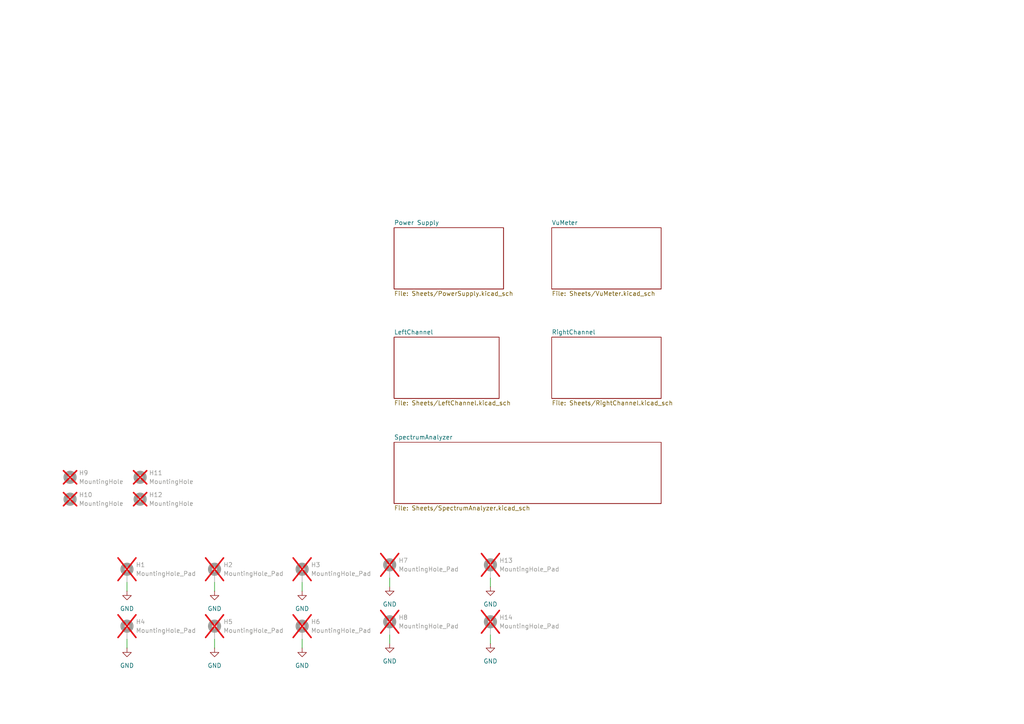
<source format=kicad_sch>
(kicad_sch
	(version 20231120)
	(generator "eeschema")
	(generator_version "8.0")
	(uuid "9c7be518-ce65-48aa-ab18-b64802888379")
	(paper "A4")
	(lib_symbols
		(symbol "Mechanical:MountingHole"
			(pin_names
				(offset 1.016)
			)
			(exclude_from_sim yes)
			(in_bom no)
			(on_board yes)
			(property "Reference" "H"
				(at 0 5.08 0)
				(effects
					(font
						(size 1.27 1.27)
					)
				)
			)
			(property "Value" "MountingHole"
				(at 0 3.175 0)
				(effects
					(font
						(size 1.27 1.27)
					)
				)
			)
			(property "Footprint" ""
				(at 0 0 0)
				(effects
					(font
						(size 1.27 1.27)
					)
					(hide yes)
				)
			)
			(property "Datasheet" "~"
				(at 0 0 0)
				(effects
					(font
						(size 1.27 1.27)
					)
					(hide yes)
				)
			)
			(property "Description" "Mounting Hole without connection"
				(at 0 0 0)
				(effects
					(font
						(size 1.27 1.27)
					)
					(hide yes)
				)
			)
			(property "ki_keywords" "mounting hole"
				(at 0 0 0)
				(effects
					(font
						(size 1.27 1.27)
					)
					(hide yes)
				)
			)
			(property "ki_fp_filters" "MountingHole*"
				(at 0 0 0)
				(effects
					(font
						(size 1.27 1.27)
					)
					(hide yes)
				)
			)
			(symbol "MountingHole_0_1"
				(circle
					(center 0 0)
					(radius 1.27)
					(stroke
						(width 1.27)
						(type default)
					)
					(fill
						(type none)
					)
				)
			)
		)
		(symbol "Mechanical:MountingHole_Pad"
			(pin_numbers hide)
			(pin_names
				(offset 1.016) hide)
			(exclude_from_sim yes)
			(in_bom no)
			(on_board yes)
			(property "Reference" "H"
				(at 0 6.35 0)
				(effects
					(font
						(size 1.27 1.27)
					)
				)
			)
			(property "Value" "MountingHole_Pad"
				(at 0 4.445 0)
				(effects
					(font
						(size 1.27 1.27)
					)
				)
			)
			(property "Footprint" ""
				(at 0 0 0)
				(effects
					(font
						(size 1.27 1.27)
					)
					(hide yes)
				)
			)
			(property "Datasheet" "~"
				(at 0 0 0)
				(effects
					(font
						(size 1.27 1.27)
					)
					(hide yes)
				)
			)
			(property "Description" "Mounting Hole with connection"
				(at 0 0 0)
				(effects
					(font
						(size 1.27 1.27)
					)
					(hide yes)
				)
			)
			(property "ki_keywords" "mounting hole"
				(at 0 0 0)
				(effects
					(font
						(size 1.27 1.27)
					)
					(hide yes)
				)
			)
			(property "ki_fp_filters" "MountingHole*Pad*"
				(at 0 0 0)
				(effects
					(font
						(size 1.27 1.27)
					)
					(hide yes)
				)
			)
			(symbol "MountingHole_Pad_0_1"
				(circle
					(center 0 1.27)
					(radius 1.27)
					(stroke
						(width 1.27)
						(type default)
					)
					(fill
						(type none)
					)
				)
			)
			(symbol "MountingHole_Pad_1_1"
				(pin input line
					(at 0 -2.54 90)
					(length 2.54)
					(name "1"
						(effects
							(font
								(size 1.27 1.27)
							)
						)
					)
					(number "1"
						(effects
							(font
								(size 1.27 1.27)
							)
						)
					)
				)
			)
		)
		(symbol "power:GND"
			(power)
			(pin_numbers hide)
			(pin_names
				(offset 0) hide)
			(exclude_from_sim no)
			(in_bom yes)
			(on_board yes)
			(property "Reference" "#PWR"
				(at 0 -6.35 0)
				(effects
					(font
						(size 1.27 1.27)
					)
					(hide yes)
				)
			)
			(property "Value" "GND"
				(at 0 -3.81 0)
				(effects
					(font
						(size 1.27 1.27)
					)
				)
			)
			(property "Footprint" ""
				(at 0 0 0)
				(effects
					(font
						(size 1.27 1.27)
					)
					(hide yes)
				)
			)
			(property "Datasheet" ""
				(at 0 0 0)
				(effects
					(font
						(size 1.27 1.27)
					)
					(hide yes)
				)
			)
			(property "Description" "Power symbol creates a global label with name \"GND\" , ground"
				(at 0 0 0)
				(effects
					(font
						(size 1.27 1.27)
					)
					(hide yes)
				)
			)
			(property "ki_keywords" "global power"
				(at 0 0 0)
				(effects
					(font
						(size 1.27 1.27)
					)
					(hide yes)
				)
			)
			(symbol "GND_0_1"
				(polyline
					(pts
						(xy 0 0) (xy 0 -1.27) (xy 1.27 -1.27) (xy 0 -2.54) (xy -1.27 -1.27) (xy 0 -1.27)
					)
					(stroke
						(width 0)
						(type default)
					)
					(fill
						(type none)
					)
				)
			)
			(symbol "GND_1_1"
				(pin power_in line
					(at 0 0 270)
					(length 0)
					(name "~"
						(effects
							(font
								(size 1.27 1.27)
							)
						)
					)
					(number "1"
						(effects
							(font
								(size 1.27 1.27)
							)
						)
					)
				)
			)
		)
	)
	(wire
		(pts
			(xy 62.23 168.91) (xy 62.23 171.45)
		)
		(stroke
			(width 0)
			(type default)
		)
		(uuid "13892bcd-4936-46bc-be03-ad16eeef2fac")
	)
	(wire
		(pts
			(xy 62.23 185.42) (xy 62.23 187.96)
		)
		(stroke
			(width 0)
			(type default)
		)
		(uuid "65bf8225-1d44-4af8-a597-952f534d017d")
	)
	(wire
		(pts
			(xy 87.63 185.42) (xy 87.63 187.96)
		)
		(stroke
			(width 0)
			(type default)
		)
		(uuid "74947d9f-76c2-4868-b664-34047afa0957")
	)
	(wire
		(pts
			(xy 36.83 168.91) (xy 36.83 171.45)
		)
		(stroke
			(width 0)
			(type default)
		)
		(uuid "76e78d40-b62a-4fd8-8cd9-87f99e79ffb6")
	)
	(wire
		(pts
			(xy 113.03 167.64) (xy 113.03 170.18)
		)
		(stroke
			(width 0)
			(type default)
		)
		(uuid "98969285-5e5b-4575-a930-a939d48b2326")
	)
	(wire
		(pts
			(xy 142.24 167.64) (xy 142.24 170.18)
		)
		(stroke
			(width 0)
			(type default)
		)
		(uuid "9d1ac015-6071-4866-a862-e4c2a4a25342")
	)
	(wire
		(pts
			(xy 113.03 184.15) (xy 113.03 186.69)
		)
		(stroke
			(width 0)
			(type default)
		)
		(uuid "b701596c-b255-4172-a440-0de01da00086")
	)
	(wire
		(pts
			(xy 142.24 184.15) (xy 142.24 186.69)
		)
		(stroke
			(width 0)
			(type default)
		)
		(uuid "d6272b6c-6786-4755-b4cf-ac6ea4f14acb")
	)
	(wire
		(pts
			(xy 87.63 168.91) (xy 87.63 171.45)
		)
		(stroke
			(width 0)
			(type default)
		)
		(uuid "dcf6f2c3-2a46-4926-828f-41b46b7bea9c")
	)
	(wire
		(pts
			(xy 36.83 185.42) (xy 36.83 187.96)
		)
		(stroke
			(width 0)
			(type default)
		)
		(uuid "e332749b-e8f7-41da-8dc9-7335158613b1")
	)
	(symbol
		(lib_id "Mechanical:MountingHole_Pad")
		(at 62.23 166.37 0)
		(unit 1)
		(exclude_from_sim yes)
		(in_bom no)
		(on_board yes)
		(dnp yes)
		(fields_autoplaced yes)
		(uuid "0a3e2fea-e608-40d6-9e4d-e4fd2e4ffc87")
		(property "Reference" "H2"
			(at 64.77 163.8299 0)
			(effects
				(font
					(size 1.27 1.27)
				)
				(justify left)
			)
		)
		(property "Value" "MountingHole_Pad"
			(at 64.77 166.3699 0)
			(effects
				(font
					(size 1.27 1.27)
				)
				(justify left)
			)
		)
		(property "Footprint" "MountingHole:MountingHole_3.2mm_M3_Pad_Via"
			(at 62.23 166.37 0)
			(effects
				(font
					(size 1.27 1.27)
				)
				(hide yes)
			)
		)
		(property "Datasheet" "~"
			(at 62.23 166.37 0)
			(effects
				(font
					(size 1.27 1.27)
				)
				(hide yes)
			)
		)
		(property "Description" "Mounting Hole with connection"
			(at 62.23 166.37 0)
			(effects
				(font
					(size 1.27 1.27)
				)
				(hide yes)
			)
		)
		(pin "1"
			(uuid "205a0c7b-99c6-40de-b3e5-deb0fe7d959f")
		)
		(instances
			(project "20 Bands Equalizer"
				(path "/9c7be518-ce65-48aa-ab18-b64802888379"
					(reference "H2")
					(unit 1)
				)
			)
		)
	)
	(symbol
		(lib_id "Mechanical:MountingHole")
		(at 40.64 144.78 0)
		(unit 1)
		(exclude_from_sim yes)
		(in_bom no)
		(on_board yes)
		(dnp yes)
		(fields_autoplaced yes)
		(uuid "0d087fb9-4961-4dde-a48c-8f0b23728b8d")
		(property "Reference" "H12"
			(at 43.18 143.5099 0)
			(effects
				(font
					(size 1.27 1.27)
				)
				(justify left)
			)
		)
		(property "Value" "MountingHole"
			(at 43.18 146.0499 0)
			(effects
				(font
					(size 1.27 1.27)
				)
				(justify left)
			)
		)
		(property "Footprint" "MountingHole:MountingHole_2.5mm"
			(at 40.64 144.78 0)
			(effects
				(font
					(size 1.27 1.27)
				)
				(hide yes)
			)
		)
		(property "Datasheet" "~"
			(at 40.64 144.78 0)
			(effects
				(font
					(size 1.27 1.27)
				)
				(hide yes)
			)
		)
		(property "Description" "Mounting Hole without connection"
			(at 40.64 144.78 0)
			(effects
				(font
					(size 1.27 1.27)
				)
				(hide yes)
			)
		)
		(instances
			(project "20 Bands Equalizer"
				(path "/9c7be518-ce65-48aa-ab18-b64802888379"
					(reference "H12")
					(unit 1)
				)
			)
		)
	)
	(symbol
		(lib_id "Mechanical:MountingHole_Pad")
		(at 142.24 181.61 0)
		(unit 1)
		(exclude_from_sim yes)
		(in_bom no)
		(on_board yes)
		(dnp yes)
		(fields_autoplaced yes)
		(uuid "12690abd-b980-4096-9abb-625b8a9aa1dd")
		(property "Reference" "H14"
			(at 144.78 179.0699 0)
			(effects
				(font
					(size 1.27 1.27)
				)
				(justify left)
			)
		)
		(property "Value" "MountingHole_Pad"
			(at 144.78 181.6099 0)
			(effects
				(font
					(size 1.27 1.27)
				)
				(justify left)
			)
		)
		(property "Footprint" "MountingHole:MountingHole_3.2mm_M3_Pad_Via"
			(at 142.24 181.61 0)
			(effects
				(font
					(size 1.27 1.27)
				)
				(hide yes)
			)
		)
		(property "Datasheet" "~"
			(at 142.24 181.61 0)
			(effects
				(font
					(size 1.27 1.27)
				)
				(hide yes)
			)
		)
		(property "Description" "Mounting Hole with connection"
			(at 142.24 181.61 0)
			(effects
				(font
					(size 1.27 1.27)
				)
				(hide yes)
			)
		)
		(pin "1"
			(uuid "131f95d8-87f4-4f69-93e0-fb4cdabafa43")
		)
		(instances
			(project "20 Bands Equalizer"
				(path "/9c7be518-ce65-48aa-ab18-b64802888379"
					(reference "H14")
					(unit 1)
				)
			)
		)
	)
	(symbol
		(lib_id "Mechanical:MountingHole_Pad")
		(at 36.83 166.37 0)
		(unit 1)
		(exclude_from_sim yes)
		(in_bom no)
		(on_board yes)
		(dnp yes)
		(fields_autoplaced yes)
		(uuid "252455ce-1aa1-448d-a4cb-cd6f581bb7e0")
		(property "Reference" "H1"
			(at 39.37 163.8299 0)
			(effects
				(font
					(size 1.27 1.27)
				)
				(justify left)
			)
		)
		(property "Value" "MountingHole_Pad"
			(at 39.37 166.3699 0)
			(effects
				(font
					(size 1.27 1.27)
				)
				(justify left)
			)
		)
		(property "Footprint" "MountingHole:MountingHole_3.2mm_M3_Pad_Via"
			(at 36.83 166.37 0)
			(effects
				(font
					(size 1.27 1.27)
				)
				(hide yes)
			)
		)
		(property "Datasheet" "~"
			(at 36.83 166.37 0)
			(effects
				(font
					(size 1.27 1.27)
				)
				(hide yes)
			)
		)
		(property "Description" "Mounting Hole with connection"
			(at 36.83 166.37 0)
			(effects
				(font
					(size 1.27 1.27)
				)
				(hide yes)
			)
		)
		(pin "1"
			(uuid "cf661408-fa95-4c81-93b9-2dd148b6f6eb")
		)
		(instances
			(project ""
				(path "/9c7be518-ce65-48aa-ab18-b64802888379"
					(reference "H1")
					(unit 1)
				)
			)
		)
	)
	(symbol
		(lib_id "Mechanical:MountingHole")
		(at 20.32 138.43 0)
		(unit 1)
		(exclude_from_sim yes)
		(in_bom no)
		(on_board yes)
		(dnp yes)
		(fields_autoplaced yes)
		(uuid "27fc6d42-2cdd-4e78-bc49-6b3f102dee05")
		(property "Reference" "H9"
			(at 22.86 137.1599 0)
			(effects
				(font
					(size 1.27 1.27)
				)
				(justify left)
			)
		)
		(property "Value" "MountingHole"
			(at 22.86 139.6999 0)
			(effects
				(font
					(size 1.27 1.27)
				)
				(justify left)
			)
		)
		(property "Footprint" "MountingHole:MountingHole_2.5mm"
			(at 20.32 138.43 0)
			(effects
				(font
					(size 1.27 1.27)
				)
				(hide yes)
			)
		)
		(property "Datasheet" "~"
			(at 20.32 138.43 0)
			(effects
				(font
					(size 1.27 1.27)
				)
				(hide yes)
			)
		)
		(property "Description" "Mounting Hole without connection"
			(at 20.32 138.43 0)
			(effects
				(font
					(size 1.27 1.27)
				)
				(hide yes)
			)
		)
		(instances
			(project ""
				(path "/9c7be518-ce65-48aa-ab18-b64802888379"
					(reference "H9")
					(unit 1)
				)
			)
		)
	)
	(symbol
		(lib_id "Mechanical:MountingHole_Pad")
		(at 113.03 165.1 0)
		(unit 1)
		(exclude_from_sim yes)
		(in_bom no)
		(on_board yes)
		(dnp yes)
		(fields_autoplaced yes)
		(uuid "2b76267b-fff4-4720-ae7c-d0d316433f45")
		(property "Reference" "H7"
			(at 115.57 162.5599 0)
			(effects
				(font
					(size 1.27 1.27)
				)
				(justify left)
			)
		)
		(property "Value" "MountingHole_Pad"
			(at 115.57 165.0999 0)
			(effects
				(font
					(size 1.27 1.27)
				)
				(justify left)
			)
		)
		(property "Footprint" "MountingHole:MountingHole_3.2mm_M3_Pad_Via"
			(at 113.03 165.1 0)
			(effects
				(font
					(size 1.27 1.27)
				)
				(hide yes)
			)
		)
		(property "Datasheet" "~"
			(at 113.03 165.1 0)
			(effects
				(font
					(size 1.27 1.27)
				)
				(hide yes)
			)
		)
		(property "Description" "Mounting Hole with connection"
			(at 113.03 165.1 0)
			(effects
				(font
					(size 1.27 1.27)
				)
				(hide yes)
			)
		)
		(pin "1"
			(uuid "ca6ace01-a8a7-4ba7-b3f0-8fc1f62b0256")
		)
		(instances
			(project "20 Bands Equalizer"
				(path "/9c7be518-ce65-48aa-ab18-b64802888379"
					(reference "H7")
					(unit 1)
				)
			)
		)
	)
	(symbol
		(lib_id "Mechanical:MountingHole")
		(at 20.32 144.78 0)
		(unit 1)
		(exclude_from_sim yes)
		(in_bom no)
		(on_board yes)
		(dnp yes)
		(fields_autoplaced yes)
		(uuid "3c21fff4-bc32-48f9-a8a6-4fc9962af610")
		(property "Reference" "H10"
			(at 22.86 143.5099 0)
			(effects
				(font
					(size 1.27 1.27)
				)
				(justify left)
			)
		)
		(property "Value" "MountingHole"
			(at 22.86 146.0499 0)
			(effects
				(font
					(size 1.27 1.27)
				)
				(justify left)
			)
		)
		(property "Footprint" "MountingHole:MountingHole_2.5mm"
			(at 20.32 144.78 0)
			(effects
				(font
					(size 1.27 1.27)
				)
				(hide yes)
			)
		)
		(property "Datasheet" "~"
			(at 20.32 144.78 0)
			(effects
				(font
					(size 1.27 1.27)
				)
				(hide yes)
			)
		)
		(property "Description" "Mounting Hole without connection"
			(at 20.32 144.78 0)
			(effects
				(font
					(size 1.27 1.27)
				)
				(hide yes)
			)
		)
		(instances
			(project "20 Bands Equalizer"
				(path "/9c7be518-ce65-48aa-ab18-b64802888379"
					(reference "H10")
					(unit 1)
				)
			)
		)
	)
	(symbol
		(lib_id "power:GND")
		(at 113.03 186.69 0)
		(unit 1)
		(exclude_from_sim no)
		(in_bom yes)
		(on_board yes)
		(dnp no)
		(fields_autoplaced yes)
		(uuid "3e6be028-9f8e-48e3-91bb-07606c910a13")
		(property "Reference" "#PWR019"
			(at 113.03 193.04 0)
			(effects
				(font
					(size 1.27 1.27)
				)
				(hide yes)
			)
		)
		(property "Value" "GND"
			(at 113.03 191.77 0)
			(effects
				(font
					(size 1.27 1.27)
				)
			)
		)
		(property "Footprint" ""
			(at 113.03 186.69 0)
			(effects
				(font
					(size 1.27 1.27)
				)
				(hide yes)
			)
		)
		(property "Datasheet" ""
			(at 113.03 186.69 0)
			(effects
				(font
					(size 1.27 1.27)
				)
				(hide yes)
			)
		)
		(property "Description" "Power symbol creates a global label with name \"GND\" , ground"
			(at 113.03 186.69 0)
			(effects
				(font
					(size 1.27 1.27)
				)
				(hide yes)
			)
		)
		(pin "1"
			(uuid "5f6c5bf2-0753-4865-a452-c5f5940e1686")
		)
		(instances
			(project "20 Bands Equalizer"
				(path "/9c7be518-ce65-48aa-ab18-b64802888379"
					(reference "#PWR019")
					(unit 1)
				)
			)
		)
	)
	(symbol
		(lib_id "power:GND")
		(at 87.63 187.96 0)
		(unit 1)
		(exclude_from_sim no)
		(in_bom yes)
		(on_board yes)
		(dnp no)
		(fields_autoplaced yes)
		(uuid "3f8db556-60bf-4397-ab2c-439620dd7704")
		(property "Reference" "#PWR011"
			(at 87.63 194.31 0)
			(effects
				(font
					(size 1.27 1.27)
				)
				(hide yes)
			)
		)
		(property "Value" "GND"
			(at 87.63 193.04 0)
			(effects
				(font
					(size 1.27 1.27)
				)
			)
		)
		(property "Footprint" ""
			(at 87.63 187.96 0)
			(effects
				(font
					(size 1.27 1.27)
				)
				(hide yes)
			)
		)
		(property "Datasheet" ""
			(at 87.63 187.96 0)
			(effects
				(font
					(size 1.27 1.27)
				)
				(hide yes)
			)
		)
		(property "Description" "Power symbol creates a global label with name \"GND\" , ground"
			(at 87.63 187.96 0)
			(effects
				(font
					(size 1.27 1.27)
				)
				(hide yes)
			)
		)
		(pin "1"
			(uuid "0a40a91b-3cab-4514-a136-57ef315570da")
		)
		(instances
			(project "20 Bands Equalizer"
				(path "/9c7be518-ce65-48aa-ab18-b64802888379"
					(reference "#PWR011")
					(unit 1)
				)
			)
		)
	)
	(symbol
		(lib_id "Mechanical:MountingHole")
		(at 40.64 138.43 0)
		(unit 1)
		(exclude_from_sim yes)
		(in_bom no)
		(on_board yes)
		(dnp yes)
		(fields_autoplaced yes)
		(uuid "51d1ecdc-315d-4c5d-aaeb-4b7684841827")
		(property "Reference" "H11"
			(at 43.18 137.1599 0)
			(effects
				(font
					(size 1.27 1.27)
				)
				(justify left)
			)
		)
		(property "Value" "MountingHole"
			(at 43.18 139.6999 0)
			(effects
				(font
					(size 1.27 1.27)
				)
				(justify left)
			)
		)
		(property "Footprint" "MountingHole:MountingHole_2.5mm"
			(at 40.64 138.43 0)
			(effects
				(font
					(size 1.27 1.27)
				)
				(hide yes)
			)
		)
		(property "Datasheet" "~"
			(at 40.64 138.43 0)
			(effects
				(font
					(size 1.27 1.27)
				)
				(hide yes)
			)
		)
		(property "Description" "Mounting Hole without connection"
			(at 40.64 138.43 0)
			(effects
				(font
					(size 1.27 1.27)
				)
				(hide yes)
			)
		)
		(instances
			(project "20 Bands Equalizer"
				(path "/9c7be518-ce65-48aa-ab18-b64802888379"
					(reference "H11")
					(unit 1)
				)
			)
		)
	)
	(symbol
		(lib_id "Mechanical:MountingHole_Pad")
		(at 62.23 182.88 0)
		(unit 1)
		(exclude_from_sim yes)
		(in_bom no)
		(on_board yes)
		(dnp yes)
		(fields_autoplaced yes)
		(uuid "59159233-8fc3-4e40-a1c2-9163635516c9")
		(property "Reference" "H5"
			(at 64.77 180.3399 0)
			(effects
				(font
					(size 1.27 1.27)
				)
				(justify left)
			)
		)
		(property "Value" "MountingHole_Pad"
			(at 64.77 182.8799 0)
			(effects
				(font
					(size 1.27 1.27)
				)
				(justify left)
			)
		)
		(property "Footprint" "MountingHole:MountingHole_3.2mm_M3_Pad_Via"
			(at 62.23 182.88 0)
			(effects
				(font
					(size 1.27 1.27)
				)
				(hide yes)
			)
		)
		(property "Datasheet" "~"
			(at 62.23 182.88 0)
			(effects
				(font
					(size 1.27 1.27)
				)
				(hide yes)
			)
		)
		(property "Description" "Mounting Hole with connection"
			(at 62.23 182.88 0)
			(effects
				(font
					(size 1.27 1.27)
				)
				(hide yes)
			)
		)
		(pin "1"
			(uuid "7c518a67-8a12-4f71-9407-60255ded6a29")
		)
		(instances
			(project "20 Bands Equalizer"
				(path "/9c7be518-ce65-48aa-ab18-b64802888379"
					(reference "H5")
					(unit 1)
				)
			)
		)
	)
	(symbol
		(lib_id "Mechanical:MountingHole_Pad")
		(at 87.63 166.37 0)
		(unit 1)
		(exclude_from_sim yes)
		(in_bom no)
		(on_board yes)
		(dnp yes)
		(fields_autoplaced yes)
		(uuid "6d4adc3c-1adc-4d09-8be1-d7ef81f3559e")
		(property "Reference" "H3"
			(at 90.17 163.8299 0)
			(effects
				(font
					(size 1.27 1.27)
				)
				(justify left)
			)
		)
		(property "Value" "MountingHole_Pad"
			(at 90.17 166.3699 0)
			(effects
				(font
					(size 1.27 1.27)
				)
				(justify left)
			)
		)
		(property "Footprint" "MountingHole:MountingHole_3.2mm_M3_Pad_Via"
			(at 87.63 166.37 0)
			(effects
				(font
					(size 1.27 1.27)
				)
				(hide yes)
			)
		)
		(property "Datasheet" "~"
			(at 87.63 166.37 0)
			(effects
				(font
					(size 1.27 1.27)
				)
				(hide yes)
			)
		)
		(property "Description" "Mounting Hole with connection"
			(at 87.63 166.37 0)
			(effects
				(font
					(size 1.27 1.27)
				)
				(hide yes)
			)
		)
		(pin "1"
			(uuid "70ddbfaf-8a34-4b54-a73b-c687f12349d1")
		)
		(instances
			(project "20 Bands Equalizer"
				(path "/9c7be518-ce65-48aa-ab18-b64802888379"
					(reference "H3")
					(unit 1)
				)
			)
		)
	)
	(symbol
		(lib_id "Mechanical:MountingHole_Pad")
		(at 36.83 182.88 0)
		(unit 1)
		(exclude_from_sim yes)
		(in_bom no)
		(on_board yes)
		(dnp yes)
		(fields_autoplaced yes)
		(uuid "887cae96-698a-4c84-8289-9b140580053b")
		(property "Reference" "H4"
			(at 39.37 180.3399 0)
			(effects
				(font
					(size 1.27 1.27)
				)
				(justify left)
			)
		)
		(property "Value" "MountingHole_Pad"
			(at 39.37 182.8799 0)
			(effects
				(font
					(size 1.27 1.27)
				)
				(justify left)
			)
		)
		(property "Footprint" "MountingHole:MountingHole_3.2mm_M3_Pad_Via"
			(at 36.83 182.88 0)
			(effects
				(font
					(size 1.27 1.27)
				)
				(hide yes)
			)
		)
		(property "Datasheet" "~"
			(at 36.83 182.88 0)
			(effects
				(font
					(size 1.27 1.27)
				)
				(hide yes)
			)
		)
		(property "Description" "Mounting Hole with connection"
			(at 36.83 182.88 0)
			(effects
				(font
					(size 1.27 1.27)
				)
				(hide yes)
			)
		)
		(pin "1"
			(uuid "fbf12a18-0409-4605-9f44-431d2b790f4c")
		)
		(instances
			(project "20 Bands Equalizer"
				(path "/9c7be518-ce65-48aa-ab18-b64802888379"
					(reference "H4")
					(unit 1)
				)
			)
		)
	)
	(symbol
		(lib_id "power:GND")
		(at 36.83 171.45 0)
		(unit 1)
		(exclude_from_sim no)
		(in_bom yes)
		(on_board yes)
		(dnp no)
		(fields_autoplaced yes)
		(uuid "8eaa76b7-b70b-4ead-9fa4-484b0b1d032c")
		(property "Reference" "#PWR08"
			(at 36.83 177.8 0)
			(effects
				(font
					(size 1.27 1.27)
				)
				(hide yes)
			)
		)
		(property "Value" "GND"
			(at 36.83 176.53 0)
			(effects
				(font
					(size 1.27 1.27)
				)
			)
		)
		(property "Footprint" ""
			(at 36.83 171.45 0)
			(effects
				(font
					(size 1.27 1.27)
				)
				(hide yes)
			)
		)
		(property "Datasheet" ""
			(at 36.83 171.45 0)
			(effects
				(font
					(size 1.27 1.27)
				)
				(hide yes)
			)
		)
		(property "Description" "Power symbol creates a global label with name \"GND\" , ground"
			(at 36.83 171.45 0)
			(effects
				(font
					(size 1.27 1.27)
				)
				(hide yes)
			)
		)
		(pin "1"
			(uuid "f4ead6c8-f944-4e32-9481-1bd5f4a13e8a")
		)
		(instances
			(project "20 Bands Equalizer"
				(path "/9c7be518-ce65-48aa-ab18-b64802888379"
					(reference "#PWR08")
					(unit 1)
				)
			)
		)
	)
	(symbol
		(lib_id "power:GND")
		(at 142.24 170.18 0)
		(unit 1)
		(exclude_from_sim no)
		(in_bom yes)
		(on_board yes)
		(dnp no)
		(fields_autoplaced yes)
		(uuid "96985dd1-7d3a-41ac-8eef-969946ac47cf")
		(property "Reference" "#PWR01"
			(at 142.24 176.53 0)
			(effects
				(font
					(size 1.27 1.27)
				)
				(hide yes)
			)
		)
		(property "Value" "GND"
			(at 142.24 175.26 0)
			(effects
				(font
					(size 1.27 1.27)
				)
			)
		)
		(property "Footprint" ""
			(at 142.24 170.18 0)
			(effects
				(font
					(size 1.27 1.27)
				)
				(hide yes)
			)
		)
		(property "Datasheet" ""
			(at 142.24 170.18 0)
			(effects
				(font
					(size 1.27 1.27)
				)
				(hide yes)
			)
		)
		(property "Description" "Power symbol creates a global label with name \"GND\" , ground"
			(at 142.24 170.18 0)
			(effects
				(font
					(size 1.27 1.27)
				)
				(hide yes)
			)
		)
		(pin "1"
			(uuid "fb8b6524-64e9-4b75-b801-40a6adff77ea")
		)
		(instances
			(project "20 Bands Equalizer"
				(path "/9c7be518-ce65-48aa-ab18-b64802888379"
					(reference "#PWR01")
					(unit 1)
				)
			)
		)
	)
	(symbol
		(lib_id "Mechanical:MountingHole_Pad")
		(at 87.63 182.88 0)
		(unit 1)
		(exclude_from_sim yes)
		(in_bom no)
		(on_board yes)
		(dnp yes)
		(fields_autoplaced yes)
		(uuid "9aeb96bc-a906-477a-a960-8e226a9fbbbf")
		(property "Reference" "H6"
			(at 90.17 180.3399 0)
			(effects
				(font
					(size 1.27 1.27)
				)
				(justify left)
			)
		)
		(property "Value" "MountingHole_Pad"
			(at 90.17 182.8799 0)
			(effects
				(font
					(size 1.27 1.27)
				)
				(justify left)
			)
		)
		(property "Footprint" "MountingHole:MountingHole_3.2mm_M3_Pad_Via"
			(at 87.63 182.88 0)
			(effects
				(font
					(size 1.27 1.27)
				)
				(hide yes)
			)
		)
		(property "Datasheet" "~"
			(at 87.63 182.88 0)
			(effects
				(font
					(size 1.27 1.27)
				)
				(hide yes)
			)
		)
		(property "Description" "Mounting Hole with connection"
			(at 87.63 182.88 0)
			(effects
				(font
					(size 1.27 1.27)
				)
				(hide yes)
			)
		)
		(pin "1"
			(uuid "43496f68-9ad9-42d2-a2eb-176a3867c337")
		)
		(instances
			(project "20 Bands Equalizer"
				(path "/9c7be518-ce65-48aa-ab18-b64802888379"
					(reference "H6")
					(unit 1)
				)
			)
		)
	)
	(symbol
		(lib_id "power:GND")
		(at 142.24 186.69 0)
		(unit 1)
		(exclude_from_sim no)
		(in_bom yes)
		(on_board yes)
		(dnp no)
		(fields_autoplaced yes)
		(uuid "a039121e-9844-4f8d-9bb1-f3f3fe9f45b1")
		(property "Reference" "#PWR021"
			(at 142.24 193.04 0)
			(effects
				(font
					(size 1.27 1.27)
				)
				(hide yes)
			)
		)
		(property "Value" "GND"
			(at 142.24 191.77 0)
			(effects
				(font
					(size 1.27 1.27)
				)
			)
		)
		(property "Footprint" ""
			(at 142.24 186.69 0)
			(effects
				(font
					(size 1.27 1.27)
				)
				(hide yes)
			)
		)
		(property "Datasheet" ""
			(at 142.24 186.69 0)
			(effects
				(font
					(size 1.27 1.27)
				)
				(hide yes)
			)
		)
		(property "Description" "Power symbol creates a global label with name \"GND\" , ground"
			(at 142.24 186.69 0)
			(effects
				(font
					(size 1.27 1.27)
				)
				(hide yes)
			)
		)
		(pin "1"
			(uuid "23d9b581-e372-40a6-9e6b-25e58563b3e2")
		)
		(instances
			(project "20 Bands Equalizer"
				(path "/9c7be518-ce65-48aa-ab18-b64802888379"
					(reference "#PWR021")
					(unit 1)
				)
			)
		)
	)
	(symbol
		(lib_id "Mechanical:MountingHole_Pad")
		(at 142.24 165.1 0)
		(unit 1)
		(exclude_from_sim yes)
		(in_bom no)
		(on_board yes)
		(dnp yes)
		(fields_autoplaced yes)
		(uuid "c170ef23-8b17-4c1d-a0db-e81632aa5807")
		(property "Reference" "H13"
			(at 144.78 162.5599 0)
			(effects
				(font
					(size 1.27 1.27)
				)
				(justify left)
			)
		)
		(property "Value" "MountingHole_Pad"
			(at 144.78 165.0999 0)
			(effects
				(font
					(size 1.27 1.27)
				)
				(justify left)
			)
		)
		(property "Footprint" "MountingHole:MountingHole_3.2mm_M3_Pad_Via"
			(at 142.24 165.1 0)
			(effects
				(font
					(size 1.27 1.27)
				)
				(hide yes)
			)
		)
		(property "Datasheet" "~"
			(at 142.24 165.1 0)
			(effects
				(font
					(size 1.27 1.27)
				)
				(hide yes)
			)
		)
		(property "Description" "Mounting Hole with connection"
			(at 142.24 165.1 0)
			(effects
				(font
					(size 1.27 1.27)
				)
				(hide yes)
			)
		)
		(pin "1"
			(uuid "68b7b8fc-b8f4-430e-9a51-573ea8084c1d")
		)
		(instances
			(project "20 Bands Equalizer"
				(path "/9c7be518-ce65-48aa-ab18-b64802888379"
					(reference "H13")
					(unit 1)
				)
			)
		)
	)
	(symbol
		(lib_id "Mechanical:MountingHole_Pad")
		(at 113.03 181.61 0)
		(unit 1)
		(exclude_from_sim yes)
		(in_bom no)
		(on_board yes)
		(dnp yes)
		(fields_autoplaced yes)
		(uuid "ca9f1d67-b114-4128-86da-0f9bbfb022a6")
		(property "Reference" "H8"
			(at 115.57 179.0699 0)
			(effects
				(font
					(size 1.27 1.27)
				)
				(justify left)
			)
		)
		(property "Value" "MountingHole_Pad"
			(at 115.57 181.6099 0)
			(effects
				(font
					(size 1.27 1.27)
				)
				(justify left)
			)
		)
		(property "Footprint" "MountingHole:MountingHole_3.2mm_M3_Pad_Via"
			(at 113.03 181.61 0)
			(effects
				(font
					(size 1.27 1.27)
				)
				(hide yes)
			)
		)
		(property "Datasheet" "~"
			(at 113.03 181.61 0)
			(effects
				(font
					(size 1.27 1.27)
				)
				(hide yes)
			)
		)
		(property "Description" "Mounting Hole with connection"
			(at 113.03 181.61 0)
			(effects
				(font
					(size 1.27 1.27)
				)
				(hide yes)
			)
		)
		(pin "1"
			(uuid "47b23195-e8b4-4709-a57a-bcc7141dcd0a")
		)
		(instances
			(project "20 Bands Equalizer"
				(path "/9c7be518-ce65-48aa-ab18-b64802888379"
					(reference "H8")
					(unit 1)
				)
			)
		)
	)
	(symbol
		(lib_id "power:GND")
		(at 113.03 170.18 0)
		(unit 1)
		(exclude_from_sim no)
		(in_bom yes)
		(on_board yes)
		(dnp no)
		(fields_autoplaced yes)
		(uuid "cde4e52f-9608-4160-bf51-a45ea6e9a2fc")
		(property "Reference" "#PWR018"
			(at 113.03 176.53 0)
			(effects
				(font
					(size 1.27 1.27)
				)
				(hide yes)
			)
		)
		(property "Value" "GND"
			(at 113.03 175.26 0)
			(effects
				(font
					(size 1.27 1.27)
				)
			)
		)
		(property "Footprint" ""
			(at 113.03 170.18 0)
			(effects
				(font
					(size 1.27 1.27)
				)
				(hide yes)
			)
		)
		(property "Datasheet" ""
			(at 113.03 170.18 0)
			(effects
				(font
					(size 1.27 1.27)
				)
				(hide yes)
			)
		)
		(property "Description" "Power symbol creates a global label with name \"GND\" , ground"
			(at 113.03 170.18 0)
			(effects
				(font
					(size 1.27 1.27)
				)
				(hide yes)
			)
		)
		(pin "1"
			(uuid "9e4968d6-0d84-4574-a6ff-b5c218d67e6f")
		)
		(instances
			(project "20 Bands Equalizer"
				(path "/9c7be518-ce65-48aa-ab18-b64802888379"
					(reference "#PWR018")
					(unit 1)
				)
			)
		)
	)
	(symbol
		(lib_id "power:GND")
		(at 62.23 187.96 0)
		(unit 1)
		(exclude_from_sim no)
		(in_bom yes)
		(on_board yes)
		(dnp no)
		(fields_autoplaced yes)
		(uuid "e0753ffa-116f-4791-aa05-e2a155db0a45")
		(property "Reference" "#PWR012"
			(at 62.23 194.31 0)
			(effects
				(font
					(size 1.27 1.27)
				)
				(hide yes)
			)
		)
		(property "Value" "GND"
			(at 62.23 193.04 0)
			(effects
				(font
					(size 1.27 1.27)
				)
			)
		)
		(property "Footprint" ""
			(at 62.23 187.96 0)
			(effects
				(font
					(size 1.27 1.27)
				)
				(hide yes)
			)
		)
		(property "Datasheet" ""
			(at 62.23 187.96 0)
			(effects
				(font
					(size 1.27 1.27)
				)
				(hide yes)
			)
		)
		(property "Description" "Power symbol creates a global label with name \"GND\" , ground"
			(at 62.23 187.96 0)
			(effects
				(font
					(size 1.27 1.27)
				)
				(hide yes)
			)
		)
		(pin "1"
			(uuid "55a60abd-232c-44dc-8783-cdc6b7bfa5c8")
		)
		(instances
			(project "20 Bands Equalizer"
				(path "/9c7be518-ce65-48aa-ab18-b64802888379"
					(reference "#PWR012")
					(unit 1)
				)
			)
		)
	)
	(symbol
		(lib_id "power:GND")
		(at 87.63 171.45 0)
		(unit 1)
		(exclude_from_sim no)
		(in_bom yes)
		(on_board yes)
		(dnp no)
		(fields_autoplaced yes)
		(uuid "f6e648ce-b08c-40c9-a3c8-169a9f38fab5")
		(property "Reference" "#PWR010"
			(at 87.63 177.8 0)
			(effects
				(font
					(size 1.27 1.27)
				)
				(hide yes)
			)
		)
		(property "Value" "GND"
			(at 87.63 176.53 0)
			(effects
				(font
					(size 1.27 1.27)
				)
			)
		)
		(property "Footprint" ""
			(at 87.63 171.45 0)
			(effects
				(font
					(size 1.27 1.27)
				)
				(hide yes)
			)
		)
		(property "Datasheet" ""
			(at 87.63 171.45 0)
			(effects
				(font
					(size 1.27 1.27)
				)
				(hide yes)
			)
		)
		(property "Description" "Power symbol creates a global label with name \"GND\" , ground"
			(at 87.63 171.45 0)
			(effects
				(font
					(size 1.27 1.27)
				)
				(hide yes)
			)
		)
		(pin "1"
			(uuid "5ad94d4f-c40a-455b-a1ce-9d400bb4ebfd")
		)
		(instances
			(project "20 Bands Equalizer"
				(path "/9c7be518-ce65-48aa-ab18-b64802888379"
					(reference "#PWR010")
					(unit 1)
				)
			)
		)
	)
	(symbol
		(lib_id "power:GND")
		(at 36.83 187.96 0)
		(unit 1)
		(exclude_from_sim no)
		(in_bom yes)
		(on_board yes)
		(dnp no)
		(fields_autoplaced yes)
		(uuid "f7de170c-7f58-489b-8993-6c67eff2255c")
		(property "Reference" "#PWR013"
			(at 36.83 194.31 0)
			(effects
				(font
					(size 1.27 1.27)
				)
				(hide yes)
			)
		)
		(property "Value" "GND"
			(at 36.83 193.04 0)
			(effects
				(font
					(size 1.27 1.27)
				)
			)
		)
		(property "Footprint" ""
			(at 36.83 187.96 0)
			(effects
				(font
					(size 1.27 1.27)
				)
				(hide yes)
			)
		)
		(property "Datasheet" ""
			(at 36.83 187.96 0)
			(effects
				(font
					(size 1.27 1.27)
				)
				(hide yes)
			)
		)
		(property "Description" "Power symbol creates a global label with name \"GND\" , ground"
			(at 36.83 187.96 0)
			(effects
				(font
					(size 1.27 1.27)
				)
				(hide yes)
			)
		)
		(pin "1"
			(uuid "badf599b-019f-43c0-af3d-22096a95e214")
		)
		(instances
			(project "20 Bands Equalizer"
				(path "/9c7be518-ce65-48aa-ab18-b64802888379"
					(reference "#PWR013")
					(unit 1)
				)
			)
		)
	)
	(symbol
		(lib_id "power:GND")
		(at 62.23 171.45 0)
		(unit 1)
		(exclude_from_sim no)
		(in_bom yes)
		(on_board yes)
		(dnp no)
		(fields_autoplaced yes)
		(uuid "fcd08cde-b822-4a28-aba9-0609ee52c06a")
		(property "Reference" "#PWR09"
			(at 62.23 177.8 0)
			(effects
				(font
					(size 1.27 1.27)
				)
				(hide yes)
			)
		)
		(property "Value" "GND"
			(at 62.23 176.53 0)
			(effects
				(font
					(size 1.27 1.27)
				)
			)
		)
		(property "Footprint" ""
			(at 62.23 171.45 0)
			(effects
				(font
					(size 1.27 1.27)
				)
				(hide yes)
			)
		)
		(property "Datasheet" ""
			(at 62.23 171.45 0)
			(effects
				(font
					(size 1.27 1.27)
				)
				(hide yes)
			)
		)
		(property "Description" "Power symbol creates a global label with name \"GND\" , ground"
			(at 62.23 171.45 0)
			(effects
				(font
					(size 1.27 1.27)
				)
				(hide yes)
			)
		)
		(pin "1"
			(uuid "85c50bfc-68ff-4095-83b8-cf511d4bb4bb")
		)
		(instances
			(project "20 Bands Equalizer"
				(path "/9c7be518-ce65-48aa-ab18-b64802888379"
					(reference "#PWR09")
					(unit 1)
				)
			)
		)
	)
	(sheet
		(at 114.3 128.27)
		(size 77.47 17.78)
		(fields_autoplaced yes)
		(stroke
			(width 0.1524)
			(type solid)
		)
		(fill
			(color 0 0 0 0.0000)
		)
		(uuid "1f5bc2bd-61da-4355-8d11-b400ce8f31bf")
		(property "Sheetname" "SpectrumAnalyzer"
			(at 114.3 127.5584 0)
			(effects
				(font
					(size 1.27 1.27)
				)
				(justify left bottom)
			)
		)
		(property "Sheetfile" "Sheets/SpectrumAnalyzer.kicad_sch"
			(at 114.3 146.6346 0)
			(effects
				(font
					(size 1.27 1.27)
				)
				(justify left top)
			)
		)
		(instances
			(project "20 Bands Equalizer"
				(path "/9c7be518-ce65-48aa-ab18-b64802888379"
					(page "6")
				)
			)
		)
	)
	(sheet
		(at 114.3 66.04)
		(size 31.75 17.78)
		(fields_autoplaced yes)
		(stroke
			(width 0.1524)
			(type solid)
		)
		(fill
			(color 0 0 0 0.0000)
		)
		(uuid "5148eae4-53e0-4afa-bb95-f0e8335e4fcd")
		(property "Sheetname" "Power Supply"
			(at 114.3 65.3284 0)
			(effects
				(font
					(size 1.27 1.27)
				)
				(justify left bottom)
			)
		)
		(property "Sheetfile" "Sheets/PowerSupply.kicad_sch"
			(at 114.3 84.4046 0)
			(effects
				(font
					(size 1.27 1.27)
				)
				(justify left top)
			)
		)
		(instances
			(project "20 Bands Equalizer"
				(path "/9c7be518-ce65-48aa-ab18-b64802888379"
					(page "2")
				)
			)
		)
	)
	(sheet
		(at 160.02 66.04)
		(size 31.75 17.78)
		(fields_autoplaced yes)
		(stroke
			(width 0.1524)
			(type solid)
		)
		(fill
			(color 0 0 0 0.0000)
		)
		(uuid "8d76ae12-d596-4fd3-82fb-e9625062c3fa")
		(property "Sheetname" "VuMeter"
			(at 160.02 65.3284 0)
			(effects
				(font
					(size 1.27 1.27)
				)
				(justify left bottom)
			)
		)
		(property "Sheetfile" "Sheets/VuMeter.kicad_sch"
			(at 160.02 84.4046 0)
			(effects
				(font
					(size 1.27 1.27)
				)
				(justify left top)
			)
		)
		(instances
			(project "20 Bands Equalizer"
				(path "/9c7be518-ce65-48aa-ab18-b64802888379"
					(page "5")
				)
			)
		)
	)
	(sheet
		(at 160.02 97.79)
		(size 31.75 17.78)
		(fields_autoplaced yes)
		(stroke
			(width 0.1524)
			(type solid)
		)
		(fill
			(color 0 0 0 0.0000)
		)
		(uuid "9bafdb13-ae30-4268-996e-60031ba3d31c")
		(property "Sheetname" "RightChannel"
			(at 160.02 97.0784 0)
			(effects
				(font
					(size 1.27 1.27)
				)
				(justify left bottom)
			)
		)
		(property "Sheetfile" "Sheets/RightChannel.kicad_sch"
			(at 160.02 116.1546 0)
			(effects
				(font
					(size 1.27 1.27)
				)
				(justify left top)
			)
		)
		(instances
			(project "20 Bands Equalizer"
				(path "/9c7be518-ce65-48aa-ab18-b64802888379"
					(page "4")
				)
			)
		)
	)
	(sheet
		(at 114.3 97.79)
		(size 30.48 17.78)
		(fields_autoplaced yes)
		(stroke
			(width 0.1524)
			(type solid)
		)
		(fill
			(color 0 0 0 0.0000)
		)
		(uuid "c3f3f4db-ae5d-4dfe-9191-a49374eb9024")
		(property "Sheetname" "LeftChannel"
			(at 114.3 97.0784 0)
			(effects
				(font
					(size 1.27 1.27)
				)
				(justify left bottom)
			)
		)
		(property "Sheetfile" "Sheets/LeftChannel.kicad_sch"
			(at 114.3 116.1546 0)
			(effects
				(font
					(size 1.27 1.27)
				)
				(justify left top)
			)
		)
		(instances
			(project "20 Bands Equalizer"
				(path "/9c7be518-ce65-48aa-ab18-b64802888379"
					(page "3")
				)
			)
		)
	)
	(sheet_instances
		(path "/"
			(page "1")
		)
	)
)

</source>
